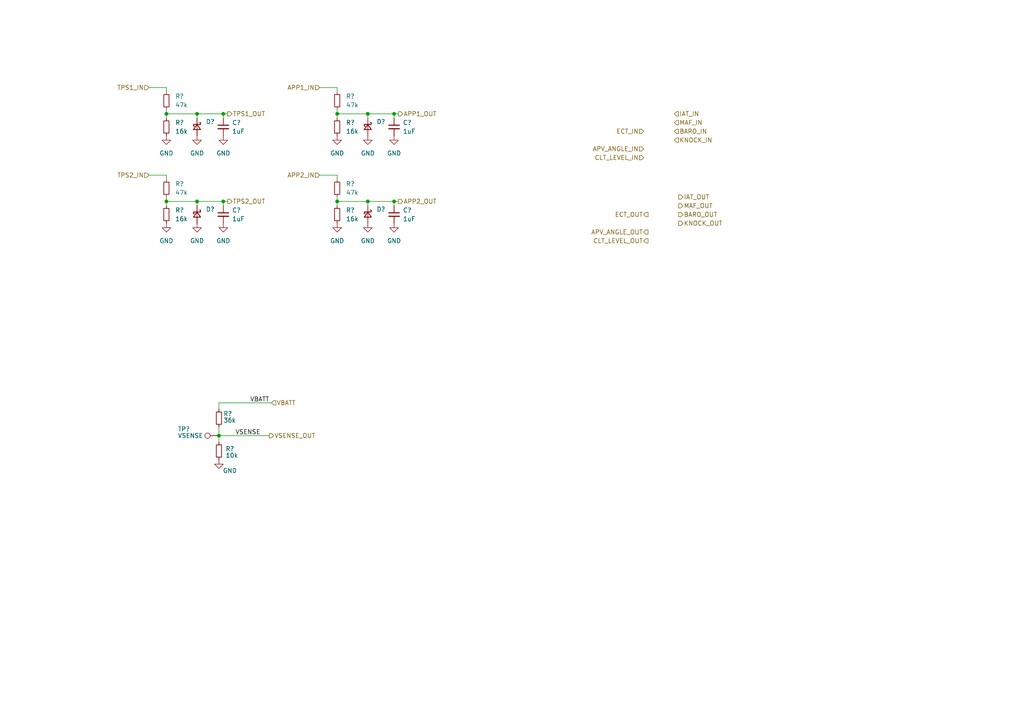
<source format=kicad_sch>
(kicad_sch (version 20211123) (generator eeschema)
  (paper "A4")
  (lib_symbols
    (symbol "Connector:TestPoint" (pin_numbers hide) (pin_names (offset 0.762) hide)
      (property "Reference" "TP" (at 0 6.858 0))
      (property "Value" "TestPoint" (at 0 5.08 0))
      (symbol "TestPoint_0_1"
        (circle (center 0 3.302) (radius 0.762))
      )
      (symbol "TestPoint_1_1"
        (pin passive line (at 0 0 90) (length 2.54) (name "1") (number "1"))
      )
    )
    (symbol "Device:C_Small" (pin_numbers hide) (pin_names (offset 0.254) hide)
      (property "Reference" "C" (at 0.254 1.778 0))
      (property "Value" "C_Small" (at 0.254 -2.032 0))
      (symbol "C_Small_0_1"
        (polyline (pts (xy -1.524 -0.508) (xy 1.524 -0.508)) (stroke (width 0.3302)))
        (polyline (pts (xy -1.524 0.508) (xy 1.524 0.508)) (stroke (width 0.3048)))
      )
      (symbol "C_Small_1_1"
        (pin passive line (at 0 2.54 270) (length 2.032) (name "~") (number "1"))
        (pin passive line (at 0 -2.54 90) (length 2.032) (name "~") (number "2"))
      )
    )
    (symbol "Device:D_Schottky_Small" (pin_numbers hide) (pin_names (offset 0.254) hide)
      (property "Reference" "D" (at -1.27 2.032 0))
      (property "Value" "D_Schottky_Small" (at -7.112 -2.032 0))
      (symbol "D_Schottky_Small_0_1"
        (polyline (pts (xy -0.762 0) (xy 0.762 0)))
        (polyline (pts (xy 0.762 -1.016) (xy -0.762 0) (xy 0.762 1.016) (xy 0.762 -1.016)) (stroke (width 0.254)))
        (polyline (pts (xy -1.27 0.762) (xy -1.27 1.016) (xy -0.762 1.016) (xy -0.762 -1.016) (xy -0.254 -1.016) (xy -0.254 -0.762)) (stroke (width 0.254)))
      )
      (symbol "D_Schottky_Small_1_1"
        (pin passive line (at -2.54 0 0) (length 1.778) (name "K") (number "1"))
        (pin passive line (at 2.54 0 180) (length 1.778) (name "A") (number "2"))
      )
    )
    (symbol "Device:R_Small" (pin_numbers hide) (pin_names (offset 0.254) hide)
      (property "Reference" "R" (at 0.762 0.508 0))
      (property "Value" "R_Small" (at 0.762 -1.016 0))
      (symbol "R_Small_0_1"
        (rectangle (start -0.762 1.778) (end 0.762 -1.778) (stroke (width 0.2032)))
      )
      (symbol "R_Small_1_1"
        (pin passive line (at 0 2.54 270) (length 0.762) (name "~") (number "1"))
        (pin passive line (at 0 -2.54 90) (length 0.762) (name "~") (number "2"))
      )
    )
    (symbol "power:GND" (power) (pin_names (offset 0))
      (property "Value" "GND" (at 0 -3.81 0))
      (symbol "GND_0_1"
        (polyline (pts (xy 0 0) (xy 0 -1.27) (xy 1.27 -1.27) (xy 0 -2.54) (xy -1.27 -1.27) (xy 0 -1.27)))
      )
      (symbol "GND_1_1"
        (pin power_in line (at 0 0 270) (length 0) hide (name "GND") (number "1"))
      )
    )
  )
  (junction (at 114.3 58.42))
  (junction (at 57.15 33.02))
  (junction (at 64.77 58.42))
  (junction (at 48.26 58.42))
  (junction (at 48.26 33.02))
  (junction (at 106.68 33.02))
  (junction (at 106.68 58.42))
  (junction (at 57.15 58.42))
  (junction (at 64.77 33.02))
  (junction (at 114.3 33.02))
  (junction (at 97.79 33.02))
  (junction (at 63.5 126.365))
  (junction (at 97.79 58.42))
  (wire (pts (xy 63.5 126.365) (xy 63.5 123.825)))
  (wire (pts (xy 97.79 25.4) (xy 97.79 26.67)))
  (wire (pts (xy 48.26 50.8) (xy 48.26 52.07)))
  (wire (pts (xy 48.26 33.02) (xy 48.26 34.29)))
  (wire (pts (xy 48.26 33.02) (xy 57.15 33.02)))
  (wire (pts (xy 64.77 58.42) (xy 66.04 58.42)))
  (wire (pts (xy 106.68 58.42) (xy 106.68 59.69)))
  (wire (pts (xy 106.68 33.02) (xy 114.3 33.02)))
  (wire (pts (xy 92.71 25.4) (xy 97.79 25.4)))
  (wire (pts (xy 97.79 33.02) (xy 106.68 33.02)))
  (wire (pts (xy 63.5 116.84) (xy 63.5 118.745)))
  (wire (pts (xy 63.5 126.365) (xy 78.105 126.365)))
  (wire (pts (xy 64.77 33.02) (xy 64.77 34.29)))
  (wire (pts (xy 43.18 25.4) (xy 48.26 25.4)))
  (wire (pts (xy 48.26 57.15) (xy 48.26 58.42)))
  (wire (pts (xy 97.79 33.02) (xy 97.79 34.29)))
  (wire (pts (xy 114.3 33.02) (xy 114.3 34.29)))
  (wire (pts (xy 57.15 58.42) (xy 57.15 59.69)))
  (wire (pts (xy 106.68 33.02) (xy 106.68 34.29)))
  (wire (pts (xy 97.79 31.75) (xy 97.79 33.02)))
  (wire (pts (xy 64.77 33.02) (xy 66.04 33.02)))
  (wire (pts (xy 57.15 33.02) (xy 64.77 33.02)))
  (wire (pts (xy 92.71 50.8) (xy 97.79 50.8)))
  (wire (pts (xy 48.26 58.42) (xy 48.26 59.69)))
  (wire (pts (xy 63.5 128.27) (xy 63.5 126.365)))
  (wire (pts (xy 114.3 58.42) (xy 115.57 58.42)))
  (wire (pts (xy 48.26 25.4) (xy 48.26 26.67)))
  (wire (pts (xy 114.3 58.42) (xy 114.3 59.69)))
  (wire (pts (xy 106.68 58.42) (xy 114.3 58.42)))
  (wire (pts (xy 64.77 58.42) (xy 64.77 59.69)))
  (wire (pts (xy 48.26 31.75) (xy 48.26 33.02)))
  (wire (pts (xy 48.26 58.42) (xy 57.15 58.42)))
  (wire (pts (xy 97.79 50.8) (xy 97.79 52.07)))
  (wire (pts (xy 57.15 58.42) (xy 64.77 58.42)))
  (wire (pts (xy 97.79 57.15) (xy 97.79 58.42)))
  (wire (pts (xy 97.79 58.42) (xy 97.79 59.69)))
  (wire (pts (xy 114.3 33.02) (xy 115.57 33.02)))
  (wire (pts (xy 57.15 33.02) (xy 57.15 34.29)))
  (wire (pts (xy 43.18 50.8) (xy 48.26 50.8)))
  (wire (pts (xy 63.5 116.84) (xy 78.74 116.84)))
  (wire (pts (xy 97.79 58.42) (xy 106.68 58.42)))
  (label "VSENSE" (at 75.565 126.365 180))
  (label "VBATT" (at 78.105 116.84 180))
  (hierarchical_label "CLT_LEVEL_OUT" (shape output) (at 187.96 69.85 180))
  (hierarchical_label "IAT_IN" (shape input) (at 195.58 33.02 0))
  (hierarchical_label "TPS1_OUT" (shape output) (at 66.04 33.02 0))
  (hierarchical_label "APV_ANGLE_IN" (shape input) (at 186.69 43.18 180))
  (hierarchical_label "APP1_OUT" (shape output) (at 115.57 33.02 0))
  (hierarchical_label "KNOCK_IN" (shape input) (at 195.58 40.64 0))
  (hierarchical_label "CLT_LEVEL_IN" (shape input) (at 186.69 45.72 180))
  (hierarchical_label "MAF_OUT" (shape output) (at 196.85 59.69 0))
  (hierarchical_label "IAT_OUT" (shape output) (at 196.85 57.15 0))
  (hierarchical_label "TPS1_IN" (shape input) (at 43.18 25.4 180))
  (hierarchical_label "BARO_IN" (shape input) (at 195.58 38.1 0))
  (hierarchical_label "MAF_IN" (shape input) (at 195.58 35.56 0))
  (hierarchical_label "VSENSE_OUT" (shape output) (at 78.105 126.365 0))
  (hierarchical_label "APP2_OUT" (shape output) (at 115.57 58.42 0))
  (hierarchical_label "ECT_IN" (shape input) (at 186.69 38.1 180))
  (hierarchical_label "VBATT" (shape input) (at 78.74 116.84 0))
  (hierarchical_label "APV_ANGLE_OUT" (shape output) (at 187.96 67.31 180))
  (hierarchical_label "TPS2_OUT" (shape output) (at 66.04 58.42 0))
  (hierarchical_label "KNOCK_OUT" (shape output) (at 196.85 64.77 0))
  (hierarchical_label "TPS2_IN" (shape input) (at 43.18 50.8 180))
  (hierarchical_label "APP2_IN" (shape input) (at 92.71 50.8 180))
  (hierarchical_label "ECT_OUT" (shape output) (at 187.96 62.23 180))
  (hierarchical_label "APP1_IN" (shape input) (at 92.71 25.4 180))
  (hierarchical_label "BARO_OUT" (shape output) (at 196.85 62.23 0))
  (symbol (lib_id "Device:R_Small") (at 63.5 130.81 0) (unit 1)
    (property "Reference" "R?" (at 65.405 130.175 0) (effects (justify left)))
    (property "Value" "10k" (at 65.405 132.08 0) (effects (justify left)))
    (property "Footprint" "Resistor_SMD:R_0402_1005Metric" (effects hide))
    (property "MPN" "RMCF0402JT10K0" (effects hide))
    (property "Description" "RES 10K OHM 5% 1/16W 0402" (effects hide))
  )
  (symbol (lib_id "power:GND") (at 97.79 39.37 0) (unit 1)
    (property "Reference" "#PWR?" (effects hide))
    (property "Value" "GND" (at 97.79 44.45 0))
  )
  (symbol (lib_id "power:GND") (at 106.68 39.37 0) (unit 1)
    (property "Reference" "#PWR?" (effects hide))
    (property "Value" "GND" (at 106.68 44.45 0))
  )
  (symbol (lib_id "Device:C_Small") (at 114.3 62.23 0) (unit 1)
    (property "Reference" "C?" (at 116.84 60.9662 0) (effects (justify left)))
    (property "Value" "1uF" (at 116.84 63.5062 0) (effects (justify left)))
  )
  (symbol (lib_id "Device:D_Schottky_Small") (at 57.15 62.23 270) (unit 1)
    (property "Reference" "D?" (at 59.69 60.7059 90) (effects (justify left)))
    (property "Value" "D_Schottky_Small" (effects hide))
  )
  (symbol (lib_id "power:GND") (at 57.15 64.77 0) (unit 1)
    (property "Reference" "#PWR?" (effects hide))
    (property "Value" "GND" (at 57.15 69.85 0))
  )
  (symbol (lib_id "power:GND") (at 114.3 39.37 0) (unit 1)
    (property "Reference" "#PWR?" (effects hide))
    (property "Value" "GND" (at 114.3 44.45 0))
  )
  (symbol (lib_id "power:GND") (at 64.77 39.37 0) (unit 1)
    (property "Reference" "#PWR?" (effects hide))
    (property "Value" "GND" (at 64.77 44.45 0))
  )
  (symbol (lib_id "Device:R_Small") (at 97.79 36.83 0) (unit 1)
    (property "Reference" "R?" (at 100.33 35.5599 0) (effects (justify left)))
    (property "Value" "16k" (at 100.33 38.0999 0) (effects (justify left)))
  )
  (symbol (lib_id "Device:R_Small") (at 97.79 54.61 0) (unit 1)
    (property "Reference" "R?" (at 100.33 53.3399 0) (effects (justify left)))
    (property "Value" "47k" (at 100.33 55.8799 0) (effects (justify left)))
  )
  (symbol (lib_id "power:GND") (at 97.79 64.77 0) (unit 1)
    (property "Reference" "#PWR?" (effects hide))
    (property "Value" "GND" (at 97.79 69.85 0))
  )
  (symbol (lib_id "Device:D_Schottky_Small") (at 106.68 36.83 270) (unit 1)
    (property "Reference" "D?" (at 109.22 35.3059 90) (effects (justify left)))
    (property "Value" "D_Schottky_Small" (effects hide))
  )
  (symbol (lib_id "Device:R_Small") (at 97.79 29.21 0) (unit 1)
    (property "Reference" "R?" (at 100.33 27.9399 0) (effects (justify left)))
    (property "Value" "47k" (at 100.33 30.4799 0) (effects (justify left)))
  )
  (symbol (lib_id "Device:R_Small") (at 48.26 36.83 0) (unit 1)
    (property "Reference" "R?" (at 50.8 35.5599 0) (effects (justify left)))
    (property "Value" "16k" (at 50.8 38.0999 0) (effects (justify left)))
  )
  (symbol (lib_id "Connector:TestPoint") (at 63.5 126.365 90) (unit 1)
    (property "Reference" "TP?" (at 53.34 124.46 90))
    (property "Value" "VSENSE" (at 55.245 126.365 90))
    (property "Footprint" "TestPoint:TestPoint_Pad_D1.0mm" (effects hide))
  )
  (symbol (lib_id "Device:D_Schottky_Small") (at 57.15 36.83 270) (unit 1)
    (property "Reference" "D?" (at 59.69 35.3059 90) (effects (justify left)))
    (property "Value" "D_Schottky_Small" (effects hide))
  )
  (symbol (lib_id "Device:C_Small") (at 64.77 62.23 0) (unit 1)
    (property "Reference" "C?" (at 67.31 60.9662 0) (effects (justify left)))
    (property "Value" "1uF" (at 67.31 63.5062 0) (effects (justify left)))
  )
  (symbol (lib_id "Device:R_Small") (at 48.26 62.23 0) (unit 1)
    (property "Reference" "R?" (at 50.8 60.9599 0) (effects (justify left)))
    (property "Value" "16k" (at 50.8 63.4999 0) (effects (justify left)))
  )
  (symbol (lib_id "Device:C_Small") (at 114.3 36.83 0) (unit 1)
    (property "Reference" "C?" (at 116.84 35.5662 0) (effects (justify left)))
    (property "Value" "1uF" (at 116.84 38.1062 0) (effects (justify left)))
  )
  (symbol (lib_id "power:GND") (at 106.68 64.77 0) (unit 1)
    (property "Reference" "#PWR?" (effects hide))
    (property "Value" "GND" (at 106.68 69.85 0))
  )
  (symbol (lib_id "Device:R_Small") (at 48.26 54.61 0) (unit 1)
    (property "Reference" "R?" (at 50.8 53.3399 0) (effects (justify left)))
    (property "Value" "47k" (at 50.8 55.8799 0) (effects (justify left)))
  )
  (symbol (lib_id "power:GND") (at 114.3 64.77 0) (unit 1)
    (property "Reference" "#PWR?" (effects hide))
    (property "Value" "GND" (at 114.3 69.85 0))
  )
  (symbol (lib_id "Device:D_Schottky_Small") (at 106.68 62.23 270) (unit 1)
    (property "Reference" "D?" (at 109.22 60.7059 90) (effects (justify left)))
    (property "Value" "D_Schottky_Small" (effects hide))
  )
  (symbol (lib_id "power:GND") (at 48.26 64.77 0) (unit 1)
    (property "Reference" "#PWR?" (effects hide))
    (property "Value" "GND" (at 48.26 69.85 0))
  )
  (symbol (lib_id "power:GND") (at 57.15 39.37 0) (unit 1)
    (property "Reference" "#PWR?" (effects hide))
    (property "Value" "GND" (at 57.15 44.45 0))
  )
  (symbol (lib_id "power:GND") (at 64.77 64.77 0) (unit 1)
    (property "Reference" "#PWR?" (effects hide))
    (property "Value" "GND" (at 64.77 69.85 0))
  )
  (symbol (lib_id "Device:R_Small") (at 97.79 62.23 0) (unit 1)
    (property "Reference" "R?" (at 100.33 60.9599 0) (effects (justify left)))
    (property "Value" "16k" (at 100.33 63.4999 0) (effects (justify left)))
  )
  (symbol (lib_id "power:GND") (at 63.5 133.35 0) (unit 1)
    (property "Reference" "#PWR?" (effects hide))
    (property "Value" "GND" (at 66.675 136.525 0))
  )
  (symbol (lib_id "power:GND") (at 48.26 39.37 0) (unit 1)
    (property "Reference" "#PWR?" (effects hide))
    (property "Value" "GND" (at 48.26 44.45 0))
  )
  (symbol (lib_id "Device:R_Small") (at 63.5 121.285 0) (unit 1)
    (property "Reference" "R?" (at 64.77 120.015 0) (effects (justify left)))
    (property "Value" "36k" (at 64.77 121.92 0) (effects (justify left)))
    (property "Footprint" "Resistor_SMD:R_0402_1005Metric" (effects hide))
    (property "MPN" "RC0402FR-0736KL" (effects hide))
    (property "Description" "RES 36K OHM 5% 1/16W 0402" (effects hide))
  )
  (symbol (lib_id "Device:R_Small") (at 48.26 29.21 0) (unit 1)
    (property "Reference" "R?" (at 50.8 27.9399 0) (effects (justify left)))
    (property "Value" "47k" (at 50.8 30.4799 0) (effects (justify left)))
  )
  (symbol (lib_id "Device:C_Small") (at 64.77 36.83 0) (unit 1)
    (property "Reference" "C?" (at 67.31 35.5662 0) (effects (justify left)))
    (property "Value" "1uF" (at 67.31 38.1062 0) (effects (justify left)))
  )
)
</source>
